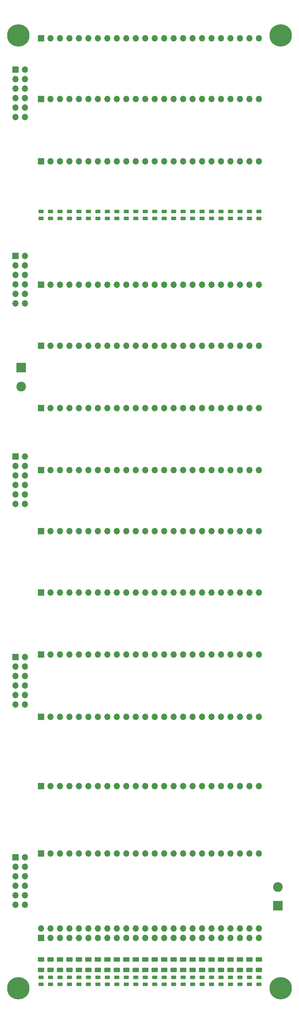
<source format=gbr>
%TF.GenerationSoftware,KiCad,Pcbnew,(5.1.10-1-10_14)*%
%TF.CreationDate,2021-10-20T12:30:06-04:00*%
%TF.ProjectId,16-bit-bus-prototype,31362d62-6974-42d6-9275-732d70726f74,rev?*%
%TF.SameCoordinates,Original*%
%TF.FileFunction,Soldermask,Top*%
%TF.FilePolarity,Negative*%
%FSLAX46Y46*%
G04 Gerber Fmt 4.6, Leading zero omitted, Abs format (unit mm)*
G04 Created by KiCad (PCBNEW (5.1.10-1-10_14)) date 2021-10-20 12:30:06*
%MOMM*%
%LPD*%
G01*
G04 APERTURE LIST*
%ADD10O,1.700000X1.700000*%
%ADD11R,1.700000X1.700000*%
%ADD12C,6.000000*%
%ADD13C,0.800000*%
%ADD14C,2.600000*%
%ADD15R,2.600000X2.600000*%
G04 APERTURE END LIST*
D10*
%TO.C,J15*%
X129540000Y-56134000D03*
X127000000Y-56134000D03*
X124460000Y-56134000D03*
X121920000Y-56134000D03*
X119380000Y-56134000D03*
X116840000Y-56134000D03*
X114300000Y-56134000D03*
X111760000Y-56134000D03*
X109220000Y-56134000D03*
X106680000Y-56134000D03*
X104140000Y-56134000D03*
X101600000Y-56134000D03*
X99060000Y-56134000D03*
X96520000Y-56134000D03*
X93980000Y-56134000D03*
X91440000Y-56134000D03*
X88900000Y-56134000D03*
X86360000Y-56134000D03*
X83820000Y-56134000D03*
X81280000Y-56134000D03*
X78740000Y-56134000D03*
X76200000Y-56134000D03*
X73660000Y-56134000D03*
D11*
X71120000Y-56134000D03*
%TD*%
D10*
%TO.C,J13*%
X129540000Y-122174000D03*
X127000000Y-122174000D03*
X124460000Y-122174000D03*
X121920000Y-122174000D03*
X119380000Y-122174000D03*
X116840000Y-122174000D03*
X114300000Y-122174000D03*
X111760000Y-122174000D03*
X109220000Y-122174000D03*
X106680000Y-122174000D03*
X104140000Y-122174000D03*
X101600000Y-122174000D03*
X99060000Y-122174000D03*
X96520000Y-122174000D03*
X93980000Y-122174000D03*
X91440000Y-122174000D03*
X88900000Y-122174000D03*
X86360000Y-122174000D03*
X83820000Y-122174000D03*
X81280000Y-122174000D03*
X78740000Y-122174000D03*
X76200000Y-122174000D03*
X73660000Y-122174000D03*
D11*
X71120000Y-122174000D03*
%TD*%
D10*
%TO.C,J11*%
X129540000Y-221488000D03*
X127000000Y-221488000D03*
X124460000Y-221488000D03*
X121920000Y-221488000D03*
X119380000Y-221488000D03*
X116840000Y-221488000D03*
X114300000Y-221488000D03*
X111760000Y-221488000D03*
X109220000Y-221488000D03*
X106680000Y-221488000D03*
X104140000Y-221488000D03*
X101600000Y-221488000D03*
X99060000Y-221488000D03*
X96520000Y-221488000D03*
X93980000Y-221488000D03*
X91440000Y-221488000D03*
X88900000Y-221488000D03*
X86360000Y-221488000D03*
X83820000Y-221488000D03*
X81280000Y-221488000D03*
X78740000Y-221488000D03*
X76200000Y-221488000D03*
X73660000Y-221488000D03*
D11*
X71120000Y-221488000D03*
%TD*%
D10*
%TO.C,J3*%
X129540000Y-258064000D03*
X127000000Y-258064000D03*
X124460000Y-258064000D03*
X121920000Y-258064000D03*
X119380000Y-258064000D03*
X116840000Y-258064000D03*
X114300000Y-258064000D03*
X111760000Y-258064000D03*
X109220000Y-258064000D03*
X106680000Y-258064000D03*
X104140000Y-258064000D03*
X101600000Y-258064000D03*
X99060000Y-258064000D03*
X96520000Y-258064000D03*
X93980000Y-258064000D03*
X91440000Y-258064000D03*
X88900000Y-258064000D03*
X86360000Y-258064000D03*
X83820000Y-258064000D03*
X81280000Y-258064000D03*
X78740000Y-258064000D03*
X76200000Y-258064000D03*
X73660000Y-258064000D03*
D11*
X71120000Y-258064000D03*
%TD*%
D10*
%TO.C,J2*%
X129540000Y-188214000D03*
X127000000Y-188214000D03*
X124460000Y-188214000D03*
X121920000Y-188214000D03*
X119380000Y-188214000D03*
X116840000Y-188214000D03*
X114300000Y-188214000D03*
X111760000Y-188214000D03*
X109220000Y-188214000D03*
X106680000Y-188214000D03*
X104140000Y-188214000D03*
X101600000Y-188214000D03*
X99060000Y-188214000D03*
X96520000Y-188214000D03*
X93980000Y-188214000D03*
X91440000Y-188214000D03*
X88900000Y-188214000D03*
X86360000Y-188214000D03*
X83820000Y-188214000D03*
X81280000Y-188214000D03*
X78740000Y-188214000D03*
X76200000Y-188214000D03*
X73660000Y-188214000D03*
D11*
X71120000Y-188214000D03*
%TD*%
D10*
%TO.C,J1*%
X129540000Y-155448000D03*
X127000000Y-155448000D03*
X124460000Y-155448000D03*
X121920000Y-155448000D03*
X119380000Y-155448000D03*
X116840000Y-155448000D03*
X114300000Y-155448000D03*
X111760000Y-155448000D03*
X109220000Y-155448000D03*
X106680000Y-155448000D03*
X104140000Y-155448000D03*
X101600000Y-155448000D03*
X99060000Y-155448000D03*
X96520000Y-155448000D03*
X93980000Y-155448000D03*
X91440000Y-155448000D03*
X88900000Y-155448000D03*
X86360000Y-155448000D03*
X83820000Y-155448000D03*
X81280000Y-155448000D03*
X78740000Y-155448000D03*
X76200000Y-155448000D03*
X73660000Y-155448000D03*
D11*
X71120000Y-155448000D03*
%TD*%
D12*
%TO.C,REF\u002A\u002A*%
X135382000Y-39116000D03*
D13*
X135382000Y-36866000D03*
X136972990Y-37525010D03*
X137632000Y-39116000D03*
X136972990Y-40706990D03*
X135382000Y-41366000D03*
X133791010Y-40706990D03*
X133132000Y-39116000D03*
X133791010Y-37525010D03*
%TD*%
%TO.C,REF\u002A\u002A*%
X63433010Y-37525010D03*
X62774000Y-39116000D03*
X63433010Y-40706990D03*
X65024000Y-41366000D03*
X66614990Y-40706990D03*
X67274000Y-39116000D03*
X66614990Y-37525010D03*
X65024000Y-36866000D03*
D12*
X65024000Y-39116000D03*
%TD*%
D14*
%TO.C,J25*%
X65786000Y-133016000D03*
D15*
X65786000Y-128016000D03*
%TD*%
D14*
%TO.C,J24*%
X134620000Y-267034000D03*
D15*
X134620000Y-272034000D03*
%TD*%
D11*
%TO.C,J14*%
X64262000Y-259080000D03*
D10*
X66802000Y-259080000D03*
X64262000Y-261620000D03*
X66802000Y-261620000D03*
X64262000Y-264160000D03*
X66802000Y-264160000D03*
X64262000Y-266700000D03*
X66802000Y-266700000D03*
X64262000Y-269240000D03*
X66802000Y-269240000D03*
X64262000Y-271780000D03*
X66802000Y-271780000D03*
%TD*%
%TO.C,J22*%
X66822000Y-218113426D03*
X64282000Y-218113426D03*
X66822000Y-215573426D03*
X64282000Y-215573426D03*
X66822000Y-213033426D03*
X64282000Y-213033426D03*
X66822000Y-210493426D03*
X64282000Y-210493426D03*
X66822000Y-207953426D03*
X64282000Y-207953426D03*
X66822000Y-205413426D03*
D11*
X64282000Y-205413426D03*
%TD*%
D10*
%TO.C,J21*%
X66802000Y-164446855D03*
X64262000Y-164446855D03*
X66802000Y-161906855D03*
X64262000Y-161906855D03*
X66802000Y-159366855D03*
X64262000Y-159366855D03*
X66802000Y-156826855D03*
X64262000Y-156826855D03*
X66802000Y-154286855D03*
X64262000Y-154286855D03*
X66802000Y-151746855D03*
D11*
X64262000Y-151746855D03*
%TD*%
D10*
%TO.C,J20*%
X66802000Y-110780284D03*
X64262000Y-110780284D03*
X66802000Y-108240284D03*
X64262000Y-108240284D03*
X66802000Y-105700284D03*
X64262000Y-105700284D03*
X66802000Y-103160284D03*
X64262000Y-103160284D03*
X66802000Y-100620284D03*
X64262000Y-100620284D03*
X66802000Y-98080284D03*
D11*
X64262000Y-98080284D03*
%TD*%
D10*
%TO.C,J16*%
X66802000Y-60923713D03*
X64262000Y-60923713D03*
X66802000Y-58383713D03*
X64262000Y-58383713D03*
X66802000Y-55843713D03*
X64262000Y-55843713D03*
X66802000Y-53303713D03*
X64262000Y-53303713D03*
X66802000Y-50763713D03*
X64262000Y-50763713D03*
X66802000Y-48223713D03*
D11*
X64262000Y-48223713D03*
%TD*%
%TO.C,R48*%
G36*
G01*
X129083750Y-87572000D02*
X129996250Y-87572000D01*
G75*
G02*
X130240000Y-87815750I0J-243750D01*
G01*
X130240000Y-88303250D01*
G75*
G02*
X129996250Y-88547000I-243750J0D01*
G01*
X129083750Y-88547000D01*
G75*
G02*
X128840000Y-88303250I0J243750D01*
G01*
X128840000Y-87815750D01*
G75*
G02*
X129083750Y-87572000I243750J0D01*
G01*
G37*
G36*
G01*
X129083750Y-85697000D02*
X129996250Y-85697000D01*
G75*
G02*
X130240000Y-85940750I0J-243750D01*
G01*
X130240000Y-86428250D01*
G75*
G02*
X129996250Y-86672000I-243750J0D01*
G01*
X129083750Y-86672000D01*
G75*
G02*
X128840000Y-86428250I0J243750D01*
G01*
X128840000Y-85940750D01*
G75*
G02*
X129083750Y-85697000I243750J0D01*
G01*
G37*
%TD*%
%TO.C,R47*%
G36*
G01*
X126543750Y-87572000D02*
X127456250Y-87572000D01*
G75*
G02*
X127700000Y-87815750I0J-243750D01*
G01*
X127700000Y-88303250D01*
G75*
G02*
X127456250Y-88547000I-243750J0D01*
G01*
X126543750Y-88547000D01*
G75*
G02*
X126300000Y-88303250I0J243750D01*
G01*
X126300000Y-87815750D01*
G75*
G02*
X126543750Y-87572000I243750J0D01*
G01*
G37*
G36*
G01*
X126543750Y-85697000D02*
X127456250Y-85697000D01*
G75*
G02*
X127700000Y-85940750I0J-243750D01*
G01*
X127700000Y-86428250D01*
G75*
G02*
X127456250Y-86672000I-243750J0D01*
G01*
X126543750Y-86672000D01*
G75*
G02*
X126300000Y-86428250I0J243750D01*
G01*
X126300000Y-85940750D01*
G75*
G02*
X126543750Y-85697000I243750J0D01*
G01*
G37*
%TD*%
%TO.C,R46*%
G36*
G01*
X124003750Y-87572000D02*
X124916250Y-87572000D01*
G75*
G02*
X125160000Y-87815750I0J-243750D01*
G01*
X125160000Y-88303250D01*
G75*
G02*
X124916250Y-88547000I-243750J0D01*
G01*
X124003750Y-88547000D01*
G75*
G02*
X123760000Y-88303250I0J243750D01*
G01*
X123760000Y-87815750D01*
G75*
G02*
X124003750Y-87572000I243750J0D01*
G01*
G37*
G36*
G01*
X124003750Y-85697000D02*
X124916250Y-85697000D01*
G75*
G02*
X125160000Y-85940750I0J-243750D01*
G01*
X125160000Y-86428250D01*
G75*
G02*
X124916250Y-86672000I-243750J0D01*
G01*
X124003750Y-86672000D01*
G75*
G02*
X123760000Y-86428250I0J243750D01*
G01*
X123760000Y-85940750D01*
G75*
G02*
X124003750Y-85697000I243750J0D01*
G01*
G37*
%TD*%
%TO.C,R45*%
G36*
G01*
X121463750Y-87572000D02*
X122376250Y-87572000D01*
G75*
G02*
X122620000Y-87815750I0J-243750D01*
G01*
X122620000Y-88303250D01*
G75*
G02*
X122376250Y-88547000I-243750J0D01*
G01*
X121463750Y-88547000D01*
G75*
G02*
X121220000Y-88303250I0J243750D01*
G01*
X121220000Y-87815750D01*
G75*
G02*
X121463750Y-87572000I243750J0D01*
G01*
G37*
G36*
G01*
X121463750Y-85697000D02*
X122376250Y-85697000D01*
G75*
G02*
X122620000Y-85940750I0J-243750D01*
G01*
X122620000Y-86428250D01*
G75*
G02*
X122376250Y-86672000I-243750J0D01*
G01*
X121463750Y-86672000D01*
G75*
G02*
X121220000Y-86428250I0J243750D01*
G01*
X121220000Y-85940750D01*
G75*
G02*
X121463750Y-85697000I243750J0D01*
G01*
G37*
%TD*%
%TO.C,R44*%
G36*
G01*
X118923750Y-87572000D02*
X119836250Y-87572000D01*
G75*
G02*
X120080000Y-87815750I0J-243750D01*
G01*
X120080000Y-88303250D01*
G75*
G02*
X119836250Y-88547000I-243750J0D01*
G01*
X118923750Y-88547000D01*
G75*
G02*
X118680000Y-88303250I0J243750D01*
G01*
X118680000Y-87815750D01*
G75*
G02*
X118923750Y-87572000I243750J0D01*
G01*
G37*
G36*
G01*
X118923750Y-85697000D02*
X119836250Y-85697000D01*
G75*
G02*
X120080000Y-85940750I0J-243750D01*
G01*
X120080000Y-86428250D01*
G75*
G02*
X119836250Y-86672000I-243750J0D01*
G01*
X118923750Y-86672000D01*
G75*
G02*
X118680000Y-86428250I0J243750D01*
G01*
X118680000Y-85940750D01*
G75*
G02*
X118923750Y-85697000I243750J0D01*
G01*
G37*
%TD*%
%TO.C,R43*%
G36*
G01*
X116383750Y-87572000D02*
X117296250Y-87572000D01*
G75*
G02*
X117540000Y-87815750I0J-243750D01*
G01*
X117540000Y-88303250D01*
G75*
G02*
X117296250Y-88547000I-243750J0D01*
G01*
X116383750Y-88547000D01*
G75*
G02*
X116140000Y-88303250I0J243750D01*
G01*
X116140000Y-87815750D01*
G75*
G02*
X116383750Y-87572000I243750J0D01*
G01*
G37*
G36*
G01*
X116383750Y-85697000D02*
X117296250Y-85697000D01*
G75*
G02*
X117540000Y-85940750I0J-243750D01*
G01*
X117540000Y-86428250D01*
G75*
G02*
X117296250Y-86672000I-243750J0D01*
G01*
X116383750Y-86672000D01*
G75*
G02*
X116140000Y-86428250I0J243750D01*
G01*
X116140000Y-85940750D01*
G75*
G02*
X116383750Y-85697000I243750J0D01*
G01*
G37*
%TD*%
%TO.C,R42*%
G36*
G01*
X113843750Y-87572000D02*
X114756250Y-87572000D01*
G75*
G02*
X115000000Y-87815750I0J-243750D01*
G01*
X115000000Y-88303250D01*
G75*
G02*
X114756250Y-88547000I-243750J0D01*
G01*
X113843750Y-88547000D01*
G75*
G02*
X113600000Y-88303250I0J243750D01*
G01*
X113600000Y-87815750D01*
G75*
G02*
X113843750Y-87572000I243750J0D01*
G01*
G37*
G36*
G01*
X113843750Y-85697000D02*
X114756250Y-85697000D01*
G75*
G02*
X115000000Y-85940750I0J-243750D01*
G01*
X115000000Y-86428250D01*
G75*
G02*
X114756250Y-86672000I-243750J0D01*
G01*
X113843750Y-86672000D01*
G75*
G02*
X113600000Y-86428250I0J243750D01*
G01*
X113600000Y-85940750D01*
G75*
G02*
X113843750Y-85697000I243750J0D01*
G01*
G37*
%TD*%
%TO.C,R41*%
G36*
G01*
X111303750Y-87572000D02*
X112216250Y-87572000D01*
G75*
G02*
X112460000Y-87815750I0J-243750D01*
G01*
X112460000Y-88303250D01*
G75*
G02*
X112216250Y-88547000I-243750J0D01*
G01*
X111303750Y-88547000D01*
G75*
G02*
X111060000Y-88303250I0J243750D01*
G01*
X111060000Y-87815750D01*
G75*
G02*
X111303750Y-87572000I243750J0D01*
G01*
G37*
G36*
G01*
X111303750Y-85697000D02*
X112216250Y-85697000D01*
G75*
G02*
X112460000Y-85940750I0J-243750D01*
G01*
X112460000Y-86428250D01*
G75*
G02*
X112216250Y-86672000I-243750J0D01*
G01*
X111303750Y-86672000D01*
G75*
G02*
X111060000Y-86428250I0J243750D01*
G01*
X111060000Y-85940750D01*
G75*
G02*
X111303750Y-85697000I243750J0D01*
G01*
G37*
%TD*%
%TO.C,R40*%
G36*
G01*
X108763750Y-87572000D02*
X109676250Y-87572000D01*
G75*
G02*
X109920000Y-87815750I0J-243750D01*
G01*
X109920000Y-88303250D01*
G75*
G02*
X109676250Y-88547000I-243750J0D01*
G01*
X108763750Y-88547000D01*
G75*
G02*
X108520000Y-88303250I0J243750D01*
G01*
X108520000Y-87815750D01*
G75*
G02*
X108763750Y-87572000I243750J0D01*
G01*
G37*
G36*
G01*
X108763750Y-85697000D02*
X109676250Y-85697000D01*
G75*
G02*
X109920000Y-85940750I0J-243750D01*
G01*
X109920000Y-86428250D01*
G75*
G02*
X109676250Y-86672000I-243750J0D01*
G01*
X108763750Y-86672000D01*
G75*
G02*
X108520000Y-86428250I0J243750D01*
G01*
X108520000Y-85940750D01*
G75*
G02*
X108763750Y-85697000I243750J0D01*
G01*
G37*
%TD*%
%TO.C,R39*%
G36*
G01*
X106223750Y-87572000D02*
X107136250Y-87572000D01*
G75*
G02*
X107380000Y-87815750I0J-243750D01*
G01*
X107380000Y-88303250D01*
G75*
G02*
X107136250Y-88547000I-243750J0D01*
G01*
X106223750Y-88547000D01*
G75*
G02*
X105980000Y-88303250I0J243750D01*
G01*
X105980000Y-87815750D01*
G75*
G02*
X106223750Y-87572000I243750J0D01*
G01*
G37*
G36*
G01*
X106223750Y-85697000D02*
X107136250Y-85697000D01*
G75*
G02*
X107380000Y-85940750I0J-243750D01*
G01*
X107380000Y-86428250D01*
G75*
G02*
X107136250Y-86672000I-243750J0D01*
G01*
X106223750Y-86672000D01*
G75*
G02*
X105980000Y-86428250I0J243750D01*
G01*
X105980000Y-85940750D01*
G75*
G02*
X106223750Y-85697000I243750J0D01*
G01*
G37*
%TD*%
%TO.C,R38*%
G36*
G01*
X103683750Y-87572000D02*
X104596250Y-87572000D01*
G75*
G02*
X104840000Y-87815750I0J-243750D01*
G01*
X104840000Y-88303250D01*
G75*
G02*
X104596250Y-88547000I-243750J0D01*
G01*
X103683750Y-88547000D01*
G75*
G02*
X103440000Y-88303250I0J243750D01*
G01*
X103440000Y-87815750D01*
G75*
G02*
X103683750Y-87572000I243750J0D01*
G01*
G37*
G36*
G01*
X103683750Y-85697000D02*
X104596250Y-85697000D01*
G75*
G02*
X104840000Y-85940750I0J-243750D01*
G01*
X104840000Y-86428250D01*
G75*
G02*
X104596250Y-86672000I-243750J0D01*
G01*
X103683750Y-86672000D01*
G75*
G02*
X103440000Y-86428250I0J243750D01*
G01*
X103440000Y-85940750D01*
G75*
G02*
X103683750Y-85697000I243750J0D01*
G01*
G37*
%TD*%
%TO.C,R37*%
G36*
G01*
X101143750Y-87572000D02*
X102056250Y-87572000D01*
G75*
G02*
X102300000Y-87815750I0J-243750D01*
G01*
X102300000Y-88303250D01*
G75*
G02*
X102056250Y-88547000I-243750J0D01*
G01*
X101143750Y-88547000D01*
G75*
G02*
X100900000Y-88303250I0J243750D01*
G01*
X100900000Y-87815750D01*
G75*
G02*
X101143750Y-87572000I243750J0D01*
G01*
G37*
G36*
G01*
X101143750Y-85697000D02*
X102056250Y-85697000D01*
G75*
G02*
X102300000Y-85940750I0J-243750D01*
G01*
X102300000Y-86428250D01*
G75*
G02*
X102056250Y-86672000I-243750J0D01*
G01*
X101143750Y-86672000D01*
G75*
G02*
X100900000Y-86428250I0J243750D01*
G01*
X100900000Y-85940750D01*
G75*
G02*
X101143750Y-85697000I243750J0D01*
G01*
G37*
%TD*%
%TO.C,R36*%
G36*
G01*
X98603750Y-87572000D02*
X99516250Y-87572000D01*
G75*
G02*
X99760000Y-87815750I0J-243750D01*
G01*
X99760000Y-88303250D01*
G75*
G02*
X99516250Y-88547000I-243750J0D01*
G01*
X98603750Y-88547000D01*
G75*
G02*
X98360000Y-88303250I0J243750D01*
G01*
X98360000Y-87815750D01*
G75*
G02*
X98603750Y-87572000I243750J0D01*
G01*
G37*
G36*
G01*
X98603750Y-85697000D02*
X99516250Y-85697000D01*
G75*
G02*
X99760000Y-85940750I0J-243750D01*
G01*
X99760000Y-86428250D01*
G75*
G02*
X99516250Y-86672000I-243750J0D01*
G01*
X98603750Y-86672000D01*
G75*
G02*
X98360000Y-86428250I0J243750D01*
G01*
X98360000Y-85940750D01*
G75*
G02*
X98603750Y-85697000I243750J0D01*
G01*
G37*
%TD*%
%TO.C,R35*%
G36*
G01*
X96063750Y-87572000D02*
X96976250Y-87572000D01*
G75*
G02*
X97220000Y-87815750I0J-243750D01*
G01*
X97220000Y-88303250D01*
G75*
G02*
X96976250Y-88547000I-243750J0D01*
G01*
X96063750Y-88547000D01*
G75*
G02*
X95820000Y-88303250I0J243750D01*
G01*
X95820000Y-87815750D01*
G75*
G02*
X96063750Y-87572000I243750J0D01*
G01*
G37*
G36*
G01*
X96063750Y-85697000D02*
X96976250Y-85697000D01*
G75*
G02*
X97220000Y-85940750I0J-243750D01*
G01*
X97220000Y-86428250D01*
G75*
G02*
X96976250Y-86672000I-243750J0D01*
G01*
X96063750Y-86672000D01*
G75*
G02*
X95820000Y-86428250I0J243750D01*
G01*
X95820000Y-85940750D01*
G75*
G02*
X96063750Y-85697000I243750J0D01*
G01*
G37*
%TD*%
%TO.C,R34*%
G36*
G01*
X93523750Y-87572000D02*
X94436250Y-87572000D01*
G75*
G02*
X94680000Y-87815750I0J-243750D01*
G01*
X94680000Y-88303250D01*
G75*
G02*
X94436250Y-88547000I-243750J0D01*
G01*
X93523750Y-88547000D01*
G75*
G02*
X93280000Y-88303250I0J243750D01*
G01*
X93280000Y-87815750D01*
G75*
G02*
X93523750Y-87572000I243750J0D01*
G01*
G37*
G36*
G01*
X93523750Y-85697000D02*
X94436250Y-85697000D01*
G75*
G02*
X94680000Y-85940750I0J-243750D01*
G01*
X94680000Y-86428250D01*
G75*
G02*
X94436250Y-86672000I-243750J0D01*
G01*
X93523750Y-86672000D01*
G75*
G02*
X93280000Y-86428250I0J243750D01*
G01*
X93280000Y-85940750D01*
G75*
G02*
X93523750Y-85697000I243750J0D01*
G01*
G37*
%TD*%
%TO.C,R33*%
G36*
G01*
X90983750Y-87572000D02*
X91896250Y-87572000D01*
G75*
G02*
X92140000Y-87815750I0J-243750D01*
G01*
X92140000Y-88303250D01*
G75*
G02*
X91896250Y-88547000I-243750J0D01*
G01*
X90983750Y-88547000D01*
G75*
G02*
X90740000Y-88303250I0J243750D01*
G01*
X90740000Y-87815750D01*
G75*
G02*
X90983750Y-87572000I243750J0D01*
G01*
G37*
G36*
G01*
X90983750Y-85697000D02*
X91896250Y-85697000D01*
G75*
G02*
X92140000Y-85940750I0J-243750D01*
G01*
X92140000Y-86428250D01*
G75*
G02*
X91896250Y-86672000I-243750J0D01*
G01*
X90983750Y-86672000D01*
G75*
G02*
X90740000Y-86428250I0J243750D01*
G01*
X90740000Y-85940750D01*
G75*
G02*
X90983750Y-85697000I243750J0D01*
G01*
G37*
%TD*%
%TO.C,R32*%
G36*
G01*
X88443750Y-87572000D02*
X89356250Y-87572000D01*
G75*
G02*
X89600000Y-87815750I0J-243750D01*
G01*
X89600000Y-88303250D01*
G75*
G02*
X89356250Y-88547000I-243750J0D01*
G01*
X88443750Y-88547000D01*
G75*
G02*
X88200000Y-88303250I0J243750D01*
G01*
X88200000Y-87815750D01*
G75*
G02*
X88443750Y-87572000I243750J0D01*
G01*
G37*
G36*
G01*
X88443750Y-85697000D02*
X89356250Y-85697000D01*
G75*
G02*
X89600000Y-85940750I0J-243750D01*
G01*
X89600000Y-86428250D01*
G75*
G02*
X89356250Y-86672000I-243750J0D01*
G01*
X88443750Y-86672000D01*
G75*
G02*
X88200000Y-86428250I0J243750D01*
G01*
X88200000Y-85940750D01*
G75*
G02*
X88443750Y-85697000I243750J0D01*
G01*
G37*
%TD*%
%TO.C,R31*%
G36*
G01*
X85903750Y-87572000D02*
X86816250Y-87572000D01*
G75*
G02*
X87060000Y-87815750I0J-243750D01*
G01*
X87060000Y-88303250D01*
G75*
G02*
X86816250Y-88547000I-243750J0D01*
G01*
X85903750Y-88547000D01*
G75*
G02*
X85660000Y-88303250I0J243750D01*
G01*
X85660000Y-87815750D01*
G75*
G02*
X85903750Y-87572000I243750J0D01*
G01*
G37*
G36*
G01*
X85903750Y-85697000D02*
X86816250Y-85697000D01*
G75*
G02*
X87060000Y-85940750I0J-243750D01*
G01*
X87060000Y-86428250D01*
G75*
G02*
X86816250Y-86672000I-243750J0D01*
G01*
X85903750Y-86672000D01*
G75*
G02*
X85660000Y-86428250I0J243750D01*
G01*
X85660000Y-85940750D01*
G75*
G02*
X85903750Y-85697000I243750J0D01*
G01*
G37*
%TD*%
%TO.C,R30*%
G36*
G01*
X83363750Y-87572000D02*
X84276250Y-87572000D01*
G75*
G02*
X84520000Y-87815750I0J-243750D01*
G01*
X84520000Y-88303250D01*
G75*
G02*
X84276250Y-88547000I-243750J0D01*
G01*
X83363750Y-88547000D01*
G75*
G02*
X83120000Y-88303250I0J243750D01*
G01*
X83120000Y-87815750D01*
G75*
G02*
X83363750Y-87572000I243750J0D01*
G01*
G37*
G36*
G01*
X83363750Y-85697000D02*
X84276250Y-85697000D01*
G75*
G02*
X84520000Y-85940750I0J-243750D01*
G01*
X84520000Y-86428250D01*
G75*
G02*
X84276250Y-86672000I-243750J0D01*
G01*
X83363750Y-86672000D01*
G75*
G02*
X83120000Y-86428250I0J243750D01*
G01*
X83120000Y-85940750D01*
G75*
G02*
X83363750Y-85697000I243750J0D01*
G01*
G37*
%TD*%
%TO.C,R29*%
G36*
G01*
X80823750Y-87572000D02*
X81736250Y-87572000D01*
G75*
G02*
X81980000Y-87815750I0J-243750D01*
G01*
X81980000Y-88303250D01*
G75*
G02*
X81736250Y-88547000I-243750J0D01*
G01*
X80823750Y-88547000D01*
G75*
G02*
X80580000Y-88303250I0J243750D01*
G01*
X80580000Y-87815750D01*
G75*
G02*
X80823750Y-87572000I243750J0D01*
G01*
G37*
G36*
G01*
X80823750Y-85697000D02*
X81736250Y-85697000D01*
G75*
G02*
X81980000Y-85940750I0J-243750D01*
G01*
X81980000Y-86428250D01*
G75*
G02*
X81736250Y-86672000I-243750J0D01*
G01*
X80823750Y-86672000D01*
G75*
G02*
X80580000Y-86428250I0J243750D01*
G01*
X80580000Y-85940750D01*
G75*
G02*
X80823750Y-85697000I243750J0D01*
G01*
G37*
%TD*%
%TO.C,R28*%
G36*
G01*
X78283750Y-87572000D02*
X79196250Y-87572000D01*
G75*
G02*
X79440000Y-87815750I0J-243750D01*
G01*
X79440000Y-88303250D01*
G75*
G02*
X79196250Y-88547000I-243750J0D01*
G01*
X78283750Y-88547000D01*
G75*
G02*
X78040000Y-88303250I0J243750D01*
G01*
X78040000Y-87815750D01*
G75*
G02*
X78283750Y-87572000I243750J0D01*
G01*
G37*
G36*
G01*
X78283750Y-85697000D02*
X79196250Y-85697000D01*
G75*
G02*
X79440000Y-85940750I0J-243750D01*
G01*
X79440000Y-86428250D01*
G75*
G02*
X79196250Y-86672000I-243750J0D01*
G01*
X78283750Y-86672000D01*
G75*
G02*
X78040000Y-86428250I0J243750D01*
G01*
X78040000Y-85940750D01*
G75*
G02*
X78283750Y-85697000I243750J0D01*
G01*
G37*
%TD*%
%TO.C,R27*%
G36*
G01*
X75743750Y-87572000D02*
X76656250Y-87572000D01*
G75*
G02*
X76900000Y-87815750I0J-243750D01*
G01*
X76900000Y-88303250D01*
G75*
G02*
X76656250Y-88547000I-243750J0D01*
G01*
X75743750Y-88547000D01*
G75*
G02*
X75500000Y-88303250I0J243750D01*
G01*
X75500000Y-87815750D01*
G75*
G02*
X75743750Y-87572000I243750J0D01*
G01*
G37*
G36*
G01*
X75743750Y-85697000D02*
X76656250Y-85697000D01*
G75*
G02*
X76900000Y-85940750I0J-243750D01*
G01*
X76900000Y-86428250D01*
G75*
G02*
X76656250Y-86672000I-243750J0D01*
G01*
X75743750Y-86672000D01*
G75*
G02*
X75500000Y-86428250I0J243750D01*
G01*
X75500000Y-85940750D01*
G75*
G02*
X75743750Y-85697000I243750J0D01*
G01*
G37*
%TD*%
%TO.C,R26*%
G36*
G01*
X73203750Y-87572000D02*
X74116250Y-87572000D01*
G75*
G02*
X74360000Y-87815750I0J-243750D01*
G01*
X74360000Y-88303250D01*
G75*
G02*
X74116250Y-88547000I-243750J0D01*
G01*
X73203750Y-88547000D01*
G75*
G02*
X72960000Y-88303250I0J243750D01*
G01*
X72960000Y-87815750D01*
G75*
G02*
X73203750Y-87572000I243750J0D01*
G01*
G37*
G36*
G01*
X73203750Y-85697000D02*
X74116250Y-85697000D01*
G75*
G02*
X74360000Y-85940750I0J-243750D01*
G01*
X74360000Y-86428250D01*
G75*
G02*
X74116250Y-86672000I-243750J0D01*
G01*
X73203750Y-86672000D01*
G75*
G02*
X72960000Y-86428250I0J243750D01*
G01*
X72960000Y-85940750D01*
G75*
G02*
X73203750Y-85697000I243750J0D01*
G01*
G37*
%TD*%
%TO.C,R25*%
G36*
G01*
X70663750Y-87572000D02*
X71576250Y-87572000D01*
G75*
G02*
X71820000Y-87815750I0J-243750D01*
G01*
X71820000Y-88303250D01*
G75*
G02*
X71576250Y-88547000I-243750J0D01*
G01*
X70663750Y-88547000D01*
G75*
G02*
X70420000Y-88303250I0J243750D01*
G01*
X70420000Y-87815750D01*
G75*
G02*
X70663750Y-87572000I243750J0D01*
G01*
G37*
G36*
G01*
X70663750Y-85697000D02*
X71576250Y-85697000D01*
G75*
G02*
X71820000Y-85940750I0J-243750D01*
G01*
X71820000Y-86428250D01*
G75*
G02*
X71576250Y-86672000I-243750J0D01*
G01*
X70663750Y-86672000D01*
G75*
G02*
X70420000Y-86428250I0J243750D01*
G01*
X70420000Y-85940750D01*
G75*
G02*
X70663750Y-85697000I243750J0D01*
G01*
G37*
%TD*%
%TO.C,R24*%
G36*
G01*
X70663750Y-292550000D02*
X71576250Y-292550000D01*
G75*
G02*
X71820000Y-292793750I0J-243750D01*
G01*
X71820000Y-293281250D01*
G75*
G02*
X71576250Y-293525000I-243750J0D01*
G01*
X70663750Y-293525000D01*
G75*
G02*
X70420000Y-293281250I0J243750D01*
G01*
X70420000Y-292793750D01*
G75*
G02*
X70663750Y-292550000I243750J0D01*
G01*
G37*
G36*
G01*
X70663750Y-290675000D02*
X71576250Y-290675000D01*
G75*
G02*
X71820000Y-290918750I0J-243750D01*
G01*
X71820000Y-291406250D01*
G75*
G02*
X71576250Y-291650000I-243750J0D01*
G01*
X70663750Y-291650000D01*
G75*
G02*
X70420000Y-291406250I0J243750D01*
G01*
X70420000Y-290918750D01*
G75*
G02*
X70663750Y-290675000I243750J0D01*
G01*
G37*
%TD*%
%TO.C,R23*%
G36*
G01*
X73203750Y-292550000D02*
X74116250Y-292550000D01*
G75*
G02*
X74360000Y-292793750I0J-243750D01*
G01*
X74360000Y-293281250D01*
G75*
G02*
X74116250Y-293525000I-243750J0D01*
G01*
X73203750Y-293525000D01*
G75*
G02*
X72960000Y-293281250I0J243750D01*
G01*
X72960000Y-292793750D01*
G75*
G02*
X73203750Y-292550000I243750J0D01*
G01*
G37*
G36*
G01*
X73203750Y-290675000D02*
X74116250Y-290675000D01*
G75*
G02*
X74360000Y-290918750I0J-243750D01*
G01*
X74360000Y-291406250D01*
G75*
G02*
X74116250Y-291650000I-243750J0D01*
G01*
X73203750Y-291650000D01*
G75*
G02*
X72960000Y-291406250I0J243750D01*
G01*
X72960000Y-290918750D01*
G75*
G02*
X73203750Y-290675000I243750J0D01*
G01*
G37*
%TD*%
%TO.C,R22*%
G36*
G01*
X75743750Y-292550000D02*
X76656250Y-292550000D01*
G75*
G02*
X76900000Y-292793750I0J-243750D01*
G01*
X76900000Y-293281250D01*
G75*
G02*
X76656250Y-293525000I-243750J0D01*
G01*
X75743750Y-293525000D01*
G75*
G02*
X75500000Y-293281250I0J243750D01*
G01*
X75500000Y-292793750D01*
G75*
G02*
X75743750Y-292550000I243750J0D01*
G01*
G37*
G36*
G01*
X75743750Y-290675000D02*
X76656250Y-290675000D01*
G75*
G02*
X76900000Y-290918750I0J-243750D01*
G01*
X76900000Y-291406250D01*
G75*
G02*
X76656250Y-291650000I-243750J0D01*
G01*
X75743750Y-291650000D01*
G75*
G02*
X75500000Y-291406250I0J243750D01*
G01*
X75500000Y-290918750D01*
G75*
G02*
X75743750Y-290675000I243750J0D01*
G01*
G37*
%TD*%
%TO.C,R21*%
G36*
G01*
X78283750Y-292550000D02*
X79196250Y-292550000D01*
G75*
G02*
X79440000Y-292793750I0J-243750D01*
G01*
X79440000Y-293281250D01*
G75*
G02*
X79196250Y-293525000I-243750J0D01*
G01*
X78283750Y-293525000D01*
G75*
G02*
X78040000Y-293281250I0J243750D01*
G01*
X78040000Y-292793750D01*
G75*
G02*
X78283750Y-292550000I243750J0D01*
G01*
G37*
G36*
G01*
X78283750Y-290675000D02*
X79196250Y-290675000D01*
G75*
G02*
X79440000Y-290918750I0J-243750D01*
G01*
X79440000Y-291406250D01*
G75*
G02*
X79196250Y-291650000I-243750J0D01*
G01*
X78283750Y-291650000D01*
G75*
G02*
X78040000Y-291406250I0J243750D01*
G01*
X78040000Y-290918750D01*
G75*
G02*
X78283750Y-290675000I243750J0D01*
G01*
G37*
%TD*%
%TO.C,R20*%
G36*
G01*
X80823750Y-292550000D02*
X81736250Y-292550000D01*
G75*
G02*
X81980000Y-292793750I0J-243750D01*
G01*
X81980000Y-293281250D01*
G75*
G02*
X81736250Y-293525000I-243750J0D01*
G01*
X80823750Y-293525000D01*
G75*
G02*
X80580000Y-293281250I0J243750D01*
G01*
X80580000Y-292793750D01*
G75*
G02*
X80823750Y-292550000I243750J0D01*
G01*
G37*
G36*
G01*
X80823750Y-290675000D02*
X81736250Y-290675000D01*
G75*
G02*
X81980000Y-290918750I0J-243750D01*
G01*
X81980000Y-291406250D01*
G75*
G02*
X81736250Y-291650000I-243750J0D01*
G01*
X80823750Y-291650000D01*
G75*
G02*
X80580000Y-291406250I0J243750D01*
G01*
X80580000Y-290918750D01*
G75*
G02*
X80823750Y-290675000I243750J0D01*
G01*
G37*
%TD*%
%TO.C,R19*%
G36*
G01*
X83363750Y-292550000D02*
X84276250Y-292550000D01*
G75*
G02*
X84520000Y-292793750I0J-243750D01*
G01*
X84520000Y-293281250D01*
G75*
G02*
X84276250Y-293525000I-243750J0D01*
G01*
X83363750Y-293525000D01*
G75*
G02*
X83120000Y-293281250I0J243750D01*
G01*
X83120000Y-292793750D01*
G75*
G02*
X83363750Y-292550000I243750J0D01*
G01*
G37*
G36*
G01*
X83363750Y-290675000D02*
X84276250Y-290675000D01*
G75*
G02*
X84520000Y-290918750I0J-243750D01*
G01*
X84520000Y-291406250D01*
G75*
G02*
X84276250Y-291650000I-243750J0D01*
G01*
X83363750Y-291650000D01*
G75*
G02*
X83120000Y-291406250I0J243750D01*
G01*
X83120000Y-290918750D01*
G75*
G02*
X83363750Y-290675000I243750J0D01*
G01*
G37*
%TD*%
%TO.C,R18*%
G36*
G01*
X85903750Y-292550000D02*
X86816250Y-292550000D01*
G75*
G02*
X87060000Y-292793750I0J-243750D01*
G01*
X87060000Y-293281250D01*
G75*
G02*
X86816250Y-293525000I-243750J0D01*
G01*
X85903750Y-293525000D01*
G75*
G02*
X85660000Y-293281250I0J243750D01*
G01*
X85660000Y-292793750D01*
G75*
G02*
X85903750Y-292550000I243750J0D01*
G01*
G37*
G36*
G01*
X85903750Y-290675000D02*
X86816250Y-290675000D01*
G75*
G02*
X87060000Y-290918750I0J-243750D01*
G01*
X87060000Y-291406250D01*
G75*
G02*
X86816250Y-291650000I-243750J0D01*
G01*
X85903750Y-291650000D01*
G75*
G02*
X85660000Y-291406250I0J243750D01*
G01*
X85660000Y-290918750D01*
G75*
G02*
X85903750Y-290675000I243750J0D01*
G01*
G37*
%TD*%
%TO.C,R17*%
G36*
G01*
X88443750Y-292550000D02*
X89356250Y-292550000D01*
G75*
G02*
X89600000Y-292793750I0J-243750D01*
G01*
X89600000Y-293281250D01*
G75*
G02*
X89356250Y-293525000I-243750J0D01*
G01*
X88443750Y-293525000D01*
G75*
G02*
X88200000Y-293281250I0J243750D01*
G01*
X88200000Y-292793750D01*
G75*
G02*
X88443750Y-292550000I243750J0D01*
G01*
G37*
G36*
G01*
X88443750Y-290675000D02*
X89356250Y-290675000D01*
G75*
G02*
X89600000Y-290918750I0J-243750D01*
G01*
X89600000Y-291406250D01*
G75*
G02*
X89356250Y-291650000I-243750J0D01*
G01*
X88443750Y-291650000D01*
G75*
G02*
X88200000Y-291406250I0J243750D01*
G01*
X88200000Y-290918750D01*
G75*
G02*
X88443750Y-290675000I243750J0D01*
G01*
G37*
%TD*%
%TO.C,R16*%
G36*
G01*
X90983750Y-292550000D02*
X91896250Y-292550000D01*
G75*
G02*
X92140000Y-292793750I0J-243750D01*
G01*
X92140000Y-293281250D01*
G75*
G02*
X91896250Y-293525000I-243750J0D01*
G01*
X90983750Y-293525000D01*
G75*
G02*
X90740000Y-293281250I0J243750D01*
G01*
X90740000Y-292793750D01*
G75*
G02*
X90983750Y-292550000I243750J0D01*
G01*
G37*
G36*
G01*
X90983750Y-290675000D02*
X91896250Y-290675000D01*
G75*
G02*
X92140000Y-290918750I0J-243750D01*
G01*
X92140000Y-291406250D01*
G75*
G02*
X91896250Y-291650000I-243750J0D01*
G01*
X90983750Y-291650000D01*
G75*
G02*
X90740000Y-291406250I0J243750D01*
G01*
X90740000Y-290918750D01*
G75*
G02*
X90983750Y-290675000I243750J0D01*
G01*
G37*
%TD*%
%TO.C,R15*%
G36*
G01*
X93523750Y-292550000D02*
X94436250Y-292550000D01*
G75*
G02*
X94680000Y-292793750I0J-243750D01*
G01*
X94680000Y-293281250D01*
G75*
G02*
X94436250Y-293525000I-243750J0D01*
G01*
X93523750Y-293525000D01*
G75*
G02*
X93280000Y-293281250I0J243750D01*
G01*
X93280000Y-292793750D01*
G75*
G02*
X93523750Y-292550000I243750J0D01*
G01*
G37*
G36*
G01*
X93523750Y-290675000D02*
X94436250Y-290675000D01*
G75*
G02*
X94680000Y-290918750I0J-243750D01*
G01*
X94680000Y-291406250D01*
G75*
G02*
X94436250Y-291650000I-243750J0D01*
G01*
X93523750Y-291650000D01*
G75*
G02*
X93280000Y-291406250I0J243750D01*
G01*
X93280000Y-290918750D01*
G75*
G02*
X93523750Y-290675000I243750J0D01*
G01*
G37*
%TD*%
%TO.C,R14*%
G36*
G01*
X96063750Y-292550000D02*
X96976250Y-292550000D01*
G75*
G02*
X97220000Y-292793750I0J-243750D01*
G01*
X97220000Y-293281250D01*
G75*
G02*
X96976250Y-293525000I-243750J0D01*
G01*
X96063750Y-293525000D01*
G75*
G02*
X95820000Y-293281250I0J243750D01*
G01*
X95820000Y-292793750D01*
G75*
G02*
X96063750Y-292550000I243750J0D01*
G01*
G37*
G36*
G01*
X96063750Y-290675000D02*
X96976250Y-290675000D01*
G75*
G02*
X97220000Y-290918750I0J-243750D01*
G01*
X97220000Y-291406250D01*
G75*
G02*
X96976250Y-291650000I-243750J0D01*
G01*
X96063750Y-291650000D01*
G75*
G02*
X95820000Y-291406250I0J243750D01*
G01*
X95820000Y-290918750D01*
G75*
G02*
X96063750Y-290675000I243750J0D01*
G01*
G37*
%TD*%
%TO.C,R13*%
G36*
G01*
X98603750Y-292550000D02*
X99516250Y-292550000D01*
G75*
G02*
X99760000Y-292793750I0J-243750D01*
G01*
X99760000Y-293281250D01*
G75*
G02*
X99516250Y-293525000I-243750J0D01*
G01*
X98603750Y-293525000D01*
G75*
G02*
X98360000Y-293281250I0J243750D01*
G01*
X98360000Y-292793750D01*
G75*
G02*
X98603750Y-292550000I243750J0D01*
G01*
G37*
G36*
G01*
X98603750Y-290675000D02*
X99516250Y-290675000D01*
G75*
G02*
X99760000Y-290918750I0J-243750D01*
G01*
X99760000Y-291406250D01*
G75*
G02*
X99516250Y-291650000I-243750J0D01*
G01*
X98603750Y-291650000D01*
G75*
G02*
X98360000Y-291406250I0J243750D01*
G01*
X98360000Y-290918750D01*
G75*
G02*
X98603750Y-290675000I243750J0D01*
G01*
G37*
%TD*%
%TO.C,R12*%
G36*
G01*
X101143750Y-292550000D02*
X102056250Y-292550000D01*
G75*
G02*
X102300000Y-292793750I0J-243750D01*
G01*
X102300000Y-293281250D01*
G75*
G02*
X102056250Y-293525000I-243750J0D01*
G01*
X101143750Y-293525000D01*
G75*
G02*
X100900000Y-293281250I0J243750D01*
G01*
X100900000Y-292793750D01*
G75*
G02*
X101143750Y-292550000I243750J0D01*
G01*
G37*
G36*
G01*
X101143750Y-290675000D02*
X102056250Y-290675000D01*
G75*
G02*
X102300000Y-290918750I0J-243750D01*
G01*
X102300000Y-291406250D01*
G75*
G02*
X102056250Y-291650000I-243750J0D01*
G01*
X101143750Y-291650000D01*
G75*
G02*
X100900000Y-291406250I0J243750D01*
G01*
X100900000Y-290918750D01*
G75*
G02*
X101143750Y-290675000I243750J0D01*
G01*
G37*
%TD*%
%TO.C,R11*%
G36*
G01*
X103683750Y-292550000D02*
X104596250Y-292550000D01*
G75*
G02*
X104840000Y-292793750I0J-243750D01*
G01*
X104840000Y-293281250D01*
G75*
G02*
X104596250Y-293525000I-243750J0D01*
G01*
X103683750Y-293525000D01*
G75*
G02*
X103440000Y-293281250I0J243750D01*
G01*
X103440000Y-292793750D01*
G75*
G02*
X103683750Y-292550000I243750J0D01*
G01*
G37*
G36*
G01*
X103683750Y-290675000D02*
X104596250Y-290675000D01*
G75*
G02*
X104840000Y-290918750I0J-243750D01*
G01*
X104840000Y-291406250D01*
G75*
G02*
X104596250Y-291650000I-243750J0D01*
G01*
X103683750Y-291650000D01*
G75*
G02*
X103440000Y-291406250I0J243750D01*
G01*
X103440000Y-290918750D01*
G75*
G02*
X103683750Y-290675000I243750J0D01*
G01*
G37*
%TD*%
%TO.C,R10*%
G36*
G01*
X106223750Y-292550000D02*
X107136250Y-292550000D01*
G75*
G02*
X107380000Y-292793750I0J-243750D01*
G01*
X107380000Y-293281250D01*
G75*
G02*
X107136250Y-293525000I-243750J0D01*
G01*
X106223750Y-293525000D01*
G75*
G02*
X105980000Y-293281250I0J243750D01*
G01*
X105980000Y-292793750D01*
G75*
G02*
X106223750Y-292550000I243750J0D01*
G01*
G37*
G36*
G01*
X106223750Y-290675000D02*
X107136250Y-290675000D01*
G75*
G02*
X107380000Y-290918750I0J-243750D01*
G01*
X107380000Y-291406250D01*
G75*
G02*
X107136250Y-291650000I-243750J0D01*
G01*
X106223750Y-291650000D01*
G75*
G02*
X105980000Y-291406250I0J243750D01*
G01*
X105980000Y-290918750D01*
G75*
G02*
X106223750Y-290675000I243750J0D01*
G01*
G37*
%TD*%
%TO.C,R9*%
G36*
G01*
X108763750Y-292550000D02*
X109676250Y-292550000D01*
G75*
G02*
X109920000Y-292793750I0J-243750D01*
G01*
X109920000Y-293281250D01*
G75*
G02*
X109676250Y-293525000I-243750J0D01*
G01*
X108763750Y-293525000D01*
G75*
G02*
X108520000Y-293281250I0J243750D01*
G01*
X108520000Y-292793750D01*
G75*
G02*
X108763750Y-292550000I243750J0D01*
G01*
G37*
G36*
G01*
X108763750Y-290675000D02*
X109676250Y-290675000D01*
G75*
G02*
X109920000Y-290918750I0J-243750D01*
G01*
X109920000Y-291406250D01*
G75*
G02*
X109676250Y-291650000I-243750J0D01*
G01*
X108763750Y-291650000D01*
G75*
G02*
X108520000Y-291406250I0J243750D01*
G01*
X108520000Y-290918750D01*
G75*
G02*
X108763750Y-290675000I243750J0D01*
G01*
G37*
%TD*%
%TO.C,R8*%
G36*
G01*
X111303750Y-292550000D02*
X112216250Y-292550000D01*
G75*
G02*
X112460000Y-292793750I0J-243750D01*
G01*
X112460000Y-293281250D01*
G75*
G02*
X112216250Y-293525000I-243750J0D01*
G01*
X111303750Y-293525000D01*
G75*
G02*
X111060000Y-293281250I0J243750D01*
G01*
X111060000Y-292793750D01*
G75*
G02*
X111303750Y-292550000I243750J0D01*
G01*
G37*
G36*
G01*
X111303750Y-290675000D02*
X112216250Y-290675000D01*
G75*
G02*
X112460000Y-290918750I0J-243750D01*
G01*
X112460000Y-291406250D01*
G75*
G02*
X112216250Y-291650000I-243750J0D01*
G01*
X111303750Y-291650000D01*
G75*
G02*
X111060000Y-291406250I0J243750D01*
G01*
X111060000Y-290918750D01*
G75*
G02*
X111303750Y-290675000I243750J0D01*
G01*
G37*
%TD*%
%TO.C,R7*%
G36*
G01*
X113843750Y-292550000D02*
X114756250Y-292550000D01*
G75*
G02*
X115000000Y-292793750I0J-243750D01*
G01*
X115000000Y-293281250D01*
G75*
G02*
X114756250Y-293525000I-243750J0D01*
G01*
X113843750Y-293525000D01*
G75*
G02*
X113600000Y-293281250I0J243750D01*
G01*
X113600000Y-292793750D01*
G75*
G02*
X113843750Y-292550000I243750J0D01*
G01*
G37*
G36*
G01*
X113843750Y-290675000D02*
X114756250Y-290675000D01*
G75*
G02*
X115000000Y-290918750I0J-243750D01*
G01*
X115000000Y-291406250D01*
G75*
G02*
X114756250Y-291650000I-243750J0D01*
G01*
X113843750Y-291650000D01*
G75*
G02*
X113600000Y-291406250I0J243750D01*
G01*
X113600000Y-290918750D01*
G75*
G02*
X113843750Y-290675000I243750J0D01*
G01*
G37*
%TD*%
%TO.C,R6*%
G36*
G01*
X116383750Y-292550000D02*
X117296250Y-292550000D01*
G75*
G02*
X117540000Y-292793750I0J-243750D01*
G01*
X117540000Y-293281250D01*
G75*
G02*
X117296250Y-293525000I-243750J0D01*
G01*
X116383750Y-293525000D01*
G75*
G02*
X116140000Y-293281250I0J243750D01*
G01*
X116140000Y-292793750D01*
G75*
G02*
X116383750Y-292550000I243750J0D01*
G01*
G37*
G36*
G01*
X116383750Y-290675000D02*
X117296250Y-290675000D01*
G75*
G02*
X117540000Y-290918750I0J-243750D01*
G01*
X117540000Y-291406250D01*
G75*
G02*
X117296250Y-291650000I-243750J0D01*
G01*
X116383750Y-291650000D01*
G75*
G02*
X116140000Y-291406250I0J243750D01*
G01*
X116140000Y-290918750D01*
G75*
G02*
X116383750Y-290675000I243750J0D01*
G01*
G37*
%TD*%
%TO.C,R5*%
G36*
G01*
X118923750Y-292550000D02*
X119836250Y-292550000D01*
G75*
G02*
X120080000Y-292793750I0J-243750D01*
G01*
X120080000Y-293281250D01*
G75*
G02*
X119836250Y-293525000I-243750J0D01*
G01*
X118923750Y-293525000D01*
G75*
G02*
X118680000Y-293281250I0J243750D01*
G01*
X118680000Y-292793750D01*
G75*
G02*
X118923750Y-292550000I243750J0D01*
G01*
G37*
G36*
G01*
X118923750Y-290675000D02*
X119836250Y-290675000D01*
G75*
G02*
X120080000Y-290918750I0J-243750D01*
G01*
X120080000Y-291406250D01*
G75*
G02*
X119836250Y-291650000I-243750J0D01*
G01*
X118923750Y-291650000D01*
G75*
G02*
X118680000Y-291406250I0J243750D01*
G01*
X118680000Y-290918750D01*
G75*
G02*
X118923750Y-290675000I243750J0D01*
G01*
G37*
%TD*%
%TO.C,R4*%
G36*
G01*
X121463750Y-292550000D02*
X122376250Y-292550000D01*
G75*
G02*
X122620000Y-292793750I0J-243750D01*
G01*
X122620000Y-293281250D01*
G75*
G02*
X122376250Y-293525000I-243750J0D01*
G01*
X121463750Y-293525000D01*
G75*
G02*
X121220000Y-293281250I0J243750D01*
G01*
X121220000Y-292793750D01*
G75*
G02*
X121463750Y-292550000I243750J0D01*
G01*
G37*
G36*
G01*
X121463750Y-290675000D02*
X122376250Y-290675000D01*
G75*
G02*
X122620000Y-290918750I0J-243750D01*
G01*
X122620000Y-291406250D01*
G75*
G02*
X122376250Y-291650000I-243750J0D01*
G01*
X121463750Y-291650000D01*
G75*
G02*
X121220000Y-291406250I0J243750D01*
G01*
X121220000Y-290918750D01*
G75*
G02*
X121463750Y-290675000I243750J0D01*
G01*
G37*
%TD*%
%TO.C,R3*%
G36*
G01*
X124003750Y-292550000D02*
X124916250Y-292550000D01*
G75*
G02*
X125160000Y-292793750I0J-243750D01*
G01*
X125160000Y-293281250D01*
G75*
G02*
X124916250Y-293525000I-243750J0D01*
G01*
X124003750Y-293525000D01*
G75*
G02*
X123760000Y-293281250I0J243750D01*
G01*
X123760000Y-292793750D01*
G75*
G02*
X124003750Y-292550000I243750J0D01*
G01*
G37*
G36*
G01*
X124003750Y-290675000D02*
X124916250Y-290675000D01*
G75*
G02*
X125160000Y-290918750I0J-243750D01*
G01*
X125160000Y-291406250D01*
G75*
G02*
X124916250Y-291650000I-243750J0D01*
G01*
X124003750Y-291650000D01*
G75*
G02*
X123760000Y-291406250I0J243750D01*
G01*
X123760000Y-290918750D01*
G75*
G02*
X124003750Y-290675000I243750J0D01*
G01*
G37*
%TD*%
%TO.C,R2*%
G36*
G01*
X126543750Y-292550000D02*
X127456250Y-292550000D01*
G75*
G02*
X127700000Y-292793750I0J-243750D01*
G01*
X127700000Y-293281250D01*
G75*
G02*
X127456250Y-293525000I-243750J0D01*
G01*
X126543750Y-293525000D01*
G75*
G02*
X126300000Y-293281250I0J243750D01*
G01*
X126300000Y-292793750D01*
G75*
G02*
X126543750Y-292550000I243750J0D01*
G01*
G37*
G36*
G01*
X126543750Y-290675000D02*
X127456250Y-290675000D01*
G75*
G02*
X127700000Y-290918750I0J-243750D01*
G01*
X127700000Y-291406250D01*
G75*
G02*
X127456250Y-291650000I-243750J0D01*
G01*
X126543750Y-291650000D01*
G75*
G02*
X126300000Y-291406250I0J243750D01*
G01*
X126300000Y-290918750D01*
G75*
G02*
X126543750Y-290675000I243750J0D01*
G01*
G37*
%TD*%
%TO.C,D24*%
G36*
G01*
X71745000Y-287007000D02*
X70495000Y-287007000D01*
G75*
G02*
X70245000Y-286757000I0J250000D01*
G01*
X70245000Y-286007000D01*
G75*
G02*
X70495000Y-285757000I250000J0D01*
G01*
X71745000Y-285757000D01*
G75*
G02*
X71995000Y-286007000I0J-250000D01*
G01*
X71995000Y-286757000D01*
G75*
G02*
X71745000Y-287007000I-250000J0D01*
G01*
G37*
G36*
G01*
X71745000Y-289807000D02*
X70495000Y-289807000D01*
G75*
G02*
X70245000Y-289557000I0J250000D01*
G01*
X70245000Y-288807000D01*
G75*
G02*
X70495000Y-288557000I250000J0D01*
G01*
X71745000Y-288557000D01*
G75*
G02*
X71995000Y-288807000I0J-250000D01*
G01*
X71995000Y-289557000D01*
G75*
G02*
X71745000Y-289807000I-250000J0D01*
G01*
G37*
%TD*%
%TO.C,D23*%
G36*
G01*
X74285000Y-287007000D02*
X73035000Y-287007000D01*
G75*
G02*
X72785000Y-286757000I0J250000D01*
G01*
X72785000Y-286007000D01*
G75*
G02*
X73035000Y-285757000I250000J0D01*
G01*
X74285000Y-285757000D01*
G75*
G02*
X74535000Y-286007000I0J-250000D01*
G01*
X74535000Y-286757000D01*
G75*
G02*
X74285000Y-287007000I-250000J0D01*
G01*
G37*
G36*
G01*
X74285000Y-289807000D02*
X73035000Y-289807000D01*
G75*
G02*
X72785000Y-289557000I0J250000D01*
G01*
X72785000Y-288807000D01*
G75*
G02*
X73035000Y-288557000I250000J0D01*
G01*
X74285000Y-288557000D01*
G75*
G02*
X74535000Y-288807000I0J-250000D01*
G01*
X74535000Y-289557000D01*
G75*
G02*
X74285000Y-289807000I-250000J0D01*
G01*
G37*
%TD*%
%TO.C,D22*%
G36*
G01*
X76825000Y-287007000D02*
X75575000Y-287007000D01*
G75*
G02*
X75325000Y-286757000I0J250000D01*
G01*
X75325000Y-286007000D01*
G75*
G02*
X75575000Y-285757000I250000J0D01*
G01*
X76825000Y-285757000D01*
G75*
G02*
X77075000Y-286007000I0J-250000D01*
G01*
X77075000Y-286757000D01*
G75*
G02*
X76825000Y-287007000I-250000J0D01*
G01*
G37*
G36*
G01*
X76825000Y-289807000D02*
X75575000Y-289807000D01*
G75*
G02*
X75325000Y-289557000I0J250000D01*
G01*
X75325000Y-288807000D01*
G75*
G02*
X75575000Y-288557000I250000J0D01*
G01*
X76825000Y-288557000D01*
G75*
G02*
X77075000Y-288807000I0J-250000D01*
G01*
X77075000Y-289557000D01*
G75*
G02*
X76825000Y-289807000I-250000J0D01*
G01*
G37*
%TD*%
%TO.C,D21*%
G36*
G01*
X79365000Y-287007000D02*
X78115000Y-287007000D01*
G75*
G02*
X77865000Y-286757000I0J250000D01*
G01*
X77865000Y-286007000D01*
G75*
G02*
X78115000Y-285757000I250000J0D01*
G01*
X79365000Y-285757000D01*
G75*
G02*
X79615000Y-286007000I0J-250000D01*
G01*
X79615000Y-286757000D01*
G75*
G02*
X79365000Y-287007000I-250000J0D01*
G01*
G37*
G36*
G01*
X79365000Y-289807000D02*
X78115000Y-289807000D01*
G75*
G02*
X77865000Y-289557000I0J250000D01*
G01*
X77865000Y-288807000D01*
G75*
G02*
X78115000Y-288557000I250000J0D01*
G01*
X79365000Y-288557000D01*
G75*
G02*
X79615000Y-288807000I0J-250000D01*
G01*
X79615000Y-289557000D01*
G75*
G02*
X79365000Y-289807000I-250000J0D01*
G01*
G37*
%TD*%
%TO.C,D20*%
G36*
G01*
X81905000Y-287007000D02*
X80655000Y-287007000D01*
G75*
G02*
X80405000Y-286757000I0J250000D01*
G01*
X80405000Y-286007000D01*
G75*
G02*
X80655000Y-285757000I250000J0D01*
G01*
X81905000Y-285757000D01*
G75*
G02*
X82155000Y-286007000I0J-250000D01*
G01*
X82155000Y-286757000D01*
G75*
G02*
X81905000Y-287007000I-250000J0D01*
G01*
G37*
G36*
G01*
X81905000Y-289807000D02*
X80655000Y-289807000D01*
G75*
G02*
X80405000Y-289557000I0J250000D01*
G01*
X80405000Y-288807000D01*
G75*
G02*
X80655000Y-288557000I250000J0D01*
G01*
X81905000Y-288557000D01*
G75*
G02*
X82155000Y-288807000I0J-250000D01*
G01*
X82155000Y-289557000D01*
G75*
G02*
X81905000Y-289807000I-250000J0D01*
G01*
G37*
%TD*%
%TO.C,D19*%
G36*
G01*
X84445000Y-287007000D02*
X83195000Y-287007000D01*
G75*
G02*
X82945000Y-286757000I0J250000D01*
G01*
X82945000Y-286007000D01*
G75*
G02*
X83195000Y-285757000I250000J0D01*
G01*
X84445000Y-285757000D01*
G75*
G02*
X84695000Y-286007000I0J-250000D01*
G01*
X84695000Y-286757000D01*
G75*
G02*
X84445000Y-287007000I-250000J0D01*
G01*
G37*
G36*
G01*
X84445000Y-289807000D02*
X83195000Y-289807000D01*
G75*
G02*
X82945000Y-289557000I0J250000D01*
G01*
X82945000Y-288807000D01*
G75*
G02*
X83195000Y-288557000I250000J0D01*
G01*
X84445000Y-288557000D01*
G75*
G02*
X84695000Y-288807000I0J-250000D01*
G01*
X84695000Y-289557000D01*
G75*
G02*
X84445000Y-289807000I-250000J0D01*
G01*
G37*
%TD*%
%TO.C,D18*%
G36*
G01*
X86985000Y-287007000D02*
X85735000Y-287007000D01*
G75*
G02*
X85485000Y-286757000I0J250000D01*
G01*
X85485000Y-286007000D01*
G75*
G02*
X85735000Y-285757000I250000J0D01*
G01*
X86985000Y-285757000D01*
G75*
G02*
X87235000Y-286007000I0J-250000D01*
G01*
X87235000Y-286757000D01*
G75*
G02*
X86985000Y-287007000I-250000J0D01*
G01*
G37*
G36*
G01*
X86985000Y-289807000D02*
X85735000Y-289807000D01*
G75*
G02*
X85485000Y-289557000I0J250000D01*
G01*
X85485000Y-288807000D01*
G75*
G02*
X85735000Y-288557000I250000J0D01*
G01*
X86985000Y-288557000D01*
G75*
G02*
X87235000Y-288807000I0J-250000D01*
G01*
X87235000Y-289557000D01*
G75*
G02*
X86985000Y-289807000I-250000J0D01*
G01*
G37*
%TD*%
%TO.C,D17*%
G36*
G01*
X89525000Y-287007000D02*
X88275000Y-287007000D01*
G75*
G02*
X88025000Y-286757000I0J250000D01*
G01*
X88025000Y-286007000D01*
G75*
G02*
X88275000Y-285757000I250000J0D01*
G01*
X89525000Y-285757000D01*
G75*
G02*
X89775000Y-286007000I0J-250000D01*
G01*
X89775000Y-286757000D01*
G75*
G02*
X89525000Y-287007000I-250000J0D01*
G01*
G37*
G36*
G01*
X89525000Y-289807000D02*
X88275000Y-289807000D01*
G75*
G02*
X88025000Y-289557000I0J250000D01*
G01*
X88025000Y-288807000D01*
G75*
G02*
X88275000Y-288557000I250000J0D01*
G01*
X89525000Y-288557000D01*
G75*
G02*
X89775000Y-288807000I0J-250000D01*
G01*
X89775000Y-289557000D01*
G75*
G02*
X89525000Y-289807000I-250000J0D01*
G01*
G37*
%TD*%
%TO.C,D16*%
G36*
G01*
X92065000Y-287007000D02*
X90815000Y-287007000D01*
G75*
G02*
X90565000Y-286757000I0J250000D01*
G01*
X90565000Y-286007000D01*
G75*
G02*
X90815000Y-285757000I250000J0D01*
G01*
X92065000Y-285757000D01*
G75*
G02*
X92315000Y-286007000I0J-250000D01*
G01*
X92315000Y-286757000D01*
G75*
G02*
X92065000Y-287007000I-250000J0D01*
G01*
G37*
G36*
G01*
X92065000Y-289807000D02*
X90815000Y-289807000D01*
G75*
G02*
X90565000Y-289557000I0J250000D01*
G01*
X90565000Y-288807000D01*
G75*
G02*
X90815000Y-288557000I250000J0D01*
G01*
X92065000Y-288557000D01*
G75*
G02*
X92315000Y-288807000I0J-250000D01*
G01*
X92315000Y-289557000D01*
G75*
G02*
X92065000Y-289807000I-250000J0D01*
G01*
G37*
%TD*%
%TO.C,D15*%
G36*
G01*
X94605000Y-287007000D02*
X93355000Y-287007000D01*
G75*
G02*
X93105000Y-286757000I0J250000D01*
G01*
X93105000Y-286007000D01*
G75*
G02*
X93355000Y-285757000I250000J0D01*
G01*
X94605000Y-285757000D01*
G75*
G02*
X94855000Y-286007000I0J-250000D01*
G01*
X94855000Y-286757000D01*
G75*
G02*
X94605000Y-287007000I-250000J0D01*
G01*
G37*
G36*
G01*
X94605000Y-289807000D02*
X93355000Y-289807000D01*
G75*
G02*
X93105000Y-289557000I0J250000D01*
G01*
X93105000Y-288807000D01*
G75*
G02*
X93355000Y-288557000I250000J0D01*
G01*
X94605000Y-288557000D01*
G75*
G02*
X94855000Y-288807000I0J-250000D01*
G01*
X94855000Y-289557000D01*
G75*
G02*
X94605000Y-289807000I-250000J0D01*
G01*
G37*
%TD*%
%TO.C,D14*%
G36*
G01*
X97145000Y-287007000D02*
X95895000Y-287007000D01*
G75*
G02*
X95645000Y-286757000I0J250000D01*
G01*
X95645000Y-286007000D01*
G75*
G02*
X95895000Y-285757000I250000J0D01*
G01*
X97145000Y-285757000D01*
G75*
G02*
X97395000Y-286007000I0J-250000D01*
G01*
X97395000Y-286757000D01*
G75*
G02*
X97145000Y-287007000I-250000J0D01*
G01*
G37*
G36*
G01*
X97145000Y-289807000D02*
X95895000Y-289807000D01*
G75*
G02*
X95645000Y-289557000I0J250000D01*
G01*
X95645000Y-288807000D01*
G75*
G02*
X95895000Y-288557000I250000J0D01*
G01*
X97145000Y-288557000D01*
G75*
G02*
X97395000Y-288807000I0J-250000D01*
G01*
X97395000Y-289557000D01*
G75*
G02*
X97145000Y-289807000I-250000J0D01*
G01*
G37*
%TD*%
%TO.C,D13*%
G36*
G01*
X99685000Y-287007000D02*
X98435000Y-287007000D01*
G75*
G02*
X98185000Y-286757000I0J250000D01*
G01*
X98185000Y-286007000D01*
G75*
G02*
X98435000Y-285757000I250000J0D01*
G01*
X99685000Y-285757000D01*
G75*
G02*
X99935000Y-286007000I0J-250000D01*
G01*
X99935000Y-286757000D01*
G75*
G02*
X99685000Y-287007000I-250000J0D01*
G01*
G37*
G36*
G01*
X99685000Y-289807000D02*
X98435000Y-289807000D01*
G75*
G02*
X98185000Y-289557000I0J250000D01*
G01*
X98185000Y-288807000D01*
G75*
G02*
X98435000Y-288557000I250000J0D01*
G01*
X99685000Y-288557000D01*
G75*
G02*
X99935000Y-288807000I0J-250000D01*
G01*
X99935000Y-289557000D01*
G75*
G02*
X99685000Y-289807000I-250000J0D01*
G01*
G37*
%TD*%
%TO.C,D12*%
G36*
G01*
X102225000Y-287007000D02*
X100975000Y-287007000D01*
G75*
G02*
X100725000Y-286757000I0J250000D01*
G01*
X100725000Y-286007000D01*
G75*
G02*
X100975000Y-285757000I250000J0D01*
G01*
X102225000Y-285757000D01*
G75*
G02*
X102475000Y-286007000I0J-250000D01*
G01*
X102475000Y-286757000D01*
G75*
G02*
X102225000Y-287007000I-250000J0D01*
G01*
G37*
G36*
G01*
X102225000Y-289807000D02*
X100975000Y-289807000D01*
G75*
G02*
X100725000Y-289557000I0J250000D01*
G01*
X100725000Y-288807000D01*
G75*
G02*
X100975000Y-288557000I250000J0D01*
G01*
X102225000Y-288557000D01*
G75*
G02*
X102475000Y-288807000I0J-250000D01*
G01*
X102475000Y-289557000D01*
G75*
G02*
X102225000Y-289807000I-250000J0D01*
G01*
G37*
%TD*%
%TO.C,D11*%
G36*
G01*
X104765000Y-287007000D02*
X103515000Y-287007000D01*
G75*
G02*
X103265000Y-286757000I0J250000D01*
G01*
X103265000Y-286007000D01*
G75*
G02*
X103515000Y-285757000I250000J0D01*
G01*
X104765000Y-285757000D01*
G75*
G02*
X105015000Y-286007000I0J-250000D01*
G01*
X105015000Y-286757000D01*
G75*
G02*
X104765000Y-287007000I-250000J0D01*
G01*
G37*
G36*
G01*
X104765000Y-289807000D02*
X103515000Y-289807000D01*
G75*
G02*
X103265000Y-289557000I0J250000D01*
G01*
X103265000Y-288807000D01*
G75*
G02*
X103515000Y-288557000I250000J0D01*
G01*
X104765000Y-288557000D01*
G75*
G02*
X105015000Y-288807000I0J-250000D01*
G01*
X105015000Y-289557000D01*
G75*
G02*
X104765000Y-289807000I-250000J0D01*
G01*
G37*
%TD*%
%TO.C,D10*%
G36*
G01*
X107305000Y-287007000D02*
X106055000Y-287007000D01*
G75*
G02*
X105805000Y-286757000I0J250000D01*
G01*
X105805000Y-286007000D01*
G75*
G02*
X106055000Y-285757000I250000J0D01*
G01*
X107305000Y-285757000D01*
G75*
G02*
X107555000Y-286007000I0J-250000D01*
G01*
X107555000Y-286757000D01*
G75*
G02*
X107305000Y-287007000I-250000J0D01*
G01*
G37*
G36*
G01*
X107305000Y-289807000D02*
X106055000Y-289807000D01*
G75*
G02*
X105805000Y-289557000I0J250000D01*
G01*
X105805000Y-288807000D01*
G75*
G02*
X106055000Y-288557000I250000J0D01*
G01*
X107305000Y-288557000D01*
G75*
G02*
X107555000Y-288807000I0J-250000D01*
G01*
X107555000Y-289557000D01*
G75*
G02*
X107305000Y-289807000I-250000J0D01*
G01*
G37*
%TD*%
%TO.C,D9*%
G36*
G01*
X109845000Y-287007000D02*
X108595000Y-287007000D01*
G75*
G02*
X108345000Y-286757000I0J250000D01*
G01*
X108345000Y-286007000D01*
G75*
G02*
X108595000Y-285757000I250000J0D01*
G01*
X109845000Y-285757000D01*
G75*
G02*
X110095000Y-286007000I0J-250000D01*
G01*
X110095000Y-286757000D01*
G75*
G02*
X109845000Y-287007000I-250000J0D01*
G01*
G37*
G36*
G01*
X109845000Y-289807000D02*
X108595000Y-289807000D01*
G75*
G02*
X108345000Y-289557000I0J250000D01*
G01*
X108345000Y-288807000D01*
G75*
G02*
X108595000Y-288557000I250000J0D01*
G01*
X109845000Y-288557000D01*
G75*
G02*
X110095000Y-288807000I0J-250000D01*
G01*
X110095000Y-289557000D01*
G75*
G02*
X109845000Y-289807000I-250000J0D01*
G01*
G37*
%TD*%
%TO.C,D8*%
G36*
G01*
X112385000Y-287007000D02*
X111135000Y-287007000D01*
G75*
G02*
X110885000Y-286757000I0J250000D01*
G01*
X110885000Y-286007000D01*
G75*
G02*
X111135000Y-285757000I250000J0D01*
G01*
X112385000Y-285757000D01*
G75*
G02*
X112635000Y-286007000I0J-250000D01*
G01*
X112635000Y-286757000D01*
G75*
G02*
X112385000Y-287007000I-250000J0D01*
G01*
G37*
G36*
G01*
X112385000Y-289807000D02*
X111135000Y-289807000D01*
G75*
G02*
X110885000Y-289557000I0J250000D01*
G01*
X110885000Y-288807000D01*
G75*
G02*
X111135000Y-288557000I250000J0D01*
G01*
X112385000Y-288557000D01*
G75*
G02*
X112635000Y-288807000I0J-250000D01*
G01*
X112635000Y-289557000D01*
G75*
G02*
X112385000Y-289807000I-250000J0D01*
G01*
G37*
%TD*%
%TO.C,D7*%
G36*
G01*
X114925000Y-287007000D02*
X113675000Y-287007000D01*
G75*
G02*
X113425000Y-286757000I0J250000D01*
G01*
X113425000Y-286007000D01*
G75*
G02*
X113675000Y-285757000I250000J0D01*
G01*
X114925000Y-285757000D01*
G75*
G02*
X115175000Y-286007000I0J-250000D01*
G01*
X115175000Y-286757000D01*
G75*
G02*
X114925000Y-287007000I-250000J0D01*
G01*
G37*
G36*
G01*
X114925000Y-289807000D02*
X113675000Y-289807000D01*
G75*
G02*
X113425000Y-289557000I0J250000D01*
G01*
X113425000Y-288807000D01*
G75*
G02*
X113675000Y-288557000I250000J0D01*
G01*
X114925000Y-288557000D01*
G75*
G02*
X115175000Y-288807000I0J-250000D01*
G01*
X115175000Y-289557000D01*
G75*
G02*
X114925000Y-289807000I-250000J0D01*
G01*
G37*
%TD*%
%TO.C,D6*%
G36*
G01*
X117465000Y-287007000D02*
X116215000Y-287007000D01*
G75*
G02*
X115965000Y-286757000I0J250000D01*
G01*
X115965000Y-286007000D01*
G75*
G02*
X116215000Y-285757000I250000J0D01*
G01*
X117465000Y-285757000D01*
G75*
G02*
X117715000Y-286007000I0J-250000D01*
G01*
X117715000Y-286757000D01*
G75*
G02*
X117465000Y-287007000I-250000J0D01*
G01*
G37*
G36*
G01*
X117465000Y-289807000D02*
X116215000Y-289807000D01*
G75*
G02*
X115965000Y-289557000I0J250000D01*
G01*
X115965000Y-288807000D01*
G75*
G02*
X116215000Y-288557000I250000J0D01*
G01*
X117465000Y-288557000D01*
G75*
G02*
X117715000Y-288807000I0J-250000D01*
G01*
X117715000Y-289557000D01*
G75*
G02*
X117465000Y-289807000I-250000J0D01*
G01*
G37*
%TD*%
%TO.C,D5*%
G36*
G01*
X120005000Y-287007000D02*
X118755000Y-287007000D01*
G75*
G02*
X118505000Y-286757000I0J250000D01*
G01*
X118505000Y-286007000D01*
G75*
G02*
X118755000Y-285757000I250000J0D01*
G01*
X120005000Y-285757000D01*
G75*
G02*
X120255000Y-286007000I0J-250000D01*
G01*
X120255000Y-286757000D01*
G75*
G02*
X120005000Y-287007000I-250000J0D01*
G01*
G37*
G36*
G01*
X120005000Y-289807000D02*
X118755000Y-289807000D01*
G75*
G02*
X118505000Y-289557000I0J250000D01*
G01*
X118505000Y-288807000D01*
G75*
G02*
X118755000Y-288557000I250000J0D01*
G01*
X120005000Y-288557000D01*
G75*
G02*
X120255000Y-288807000I0J-250000D01*
G01*
X120255000Y-289557000D01*
G75*
G02*
X120005000Y-289807000I-250000J0D01*
G01*
G37*
%TD*%
%TO.C,D4*%
G36*
G01*
X122545000Y-287007000D02*
X121295000Y-287007000D01*
G75*
G02*
X121045000Y-286757000I0J250000D01*
G01*
X121045000Y-286007000D01*
G75*
G02*
X121295000Y-285757000I250000J0D01*
G01*
X122545000Y-285757000D01*
G75*
G02*
X122795000Y-286007000I0J-250000D01*
G01*
X122795000Y-286757000D01*
G75*
G02*
X122545000Y-287007000I-250000J0D01*
G01*
G37*
G36*
G01*
X122545000Y-289807000D02*
X121295000Y-289807000D01*
G75*
G02*
X121045000Y-289557000I0J250000D01*
G01*
X121045000Y-288807000D01*
G75*
G02*
X121295000Y-288557000I250000J0D01*
G01*
X122545000Y-288557000D01*
G75*
G02*
X122795000Y-288807000I0J-250000D01*
G01*
X122795000Y-289557000D01*
G75*
G02*
X122545000Y-289807000I-250000J0D01*
G01*
G37*
%TD*%
%TO.C,D3*%
G36*
G01*
X125085000Y-287007000D02*
X123835000Y-287007000D01*
G75*
G02*
X123585000Y-286757000I0J250000D01*
G01*
X123585000Y-286007000D01*
G75*
G02*
X123835000Y-285757000I250000J0D01*
G01*
X125085000Y-285757000D01*
G75*
G02*
X125335000Y-286007000I0J-250000D01*
G01*
X125335000Y-286757000D01*
G75*
G02*
X125085000Y-287007000I-250000J0D01*
G01*
G37*
G36*
G01*
X125085000Y-289807000D02*
X123835000Y-289807000D01*
G75*
G02*
X123585000Y-289557000I0J250000D01*
G01*
X123585000Y-288807000D01*
G75*
G02*
X123835000Y-288557000I250000J0D01*
G01*
X125085000Y-288557000D01*
G75*
G02*
X125335000Y-288807000I0J-250000D01*
G01*
X125335000Y-289557000D01*
G75*
G02*
X125085000Y-289807000I-250000J0D01*
G01*
G37*
%TD*%
%TO.C,D2*%
G36*
G01*
X127625000Y-287007000D02*
X126375000Y-287007000D01*
G75*
G02*
X126125000Y-286757000I0J250000D01*
G01*
X126125000Y-286007000D01*
G75*
G02*
X126375000Y-285757000I250000J0D01*
G01*
X127625000Y-285757000D01*
G75*
G02*
X127875000Y-286007000I0J-250000D01*
G01*
X127875000Y-286757000D01*
G75*
G02*
X127625000Y-287007000I-250000J0D01*
G01*
G37*
G36*
G01*
X127625000Y-289807000D02*
X126375000Y-289807000D01*
G75*
G02*
X126125000Y-289557000I0J250000D01*
G01*
X126125000Y-288807000D01*
G75*
G02*
X126375000Y-288557000I250000J0D01*
G01*
X127625000Y-288557000D01*
G75*
G02*
X127875000Y-288807000I0J-250000D01*
G01*
X127875000Y-289557000D01*
G75*
G02*
X127625000Y-289807000I-250000J0D01*
G01*
G37*
%TD*%
%TO.C,R1*%
G36*
G01*
X129083750Y-292550000D02*
X129996250Y-292550000D01*
G75*
G02*
X130240000Y-292793750I0J-243750D01*
G01*
X130240000Y-293281250D01*
G75*
G02*
X129996250Y-293525000I-243750J0D01*
G01*
X129083750Y-293525000D01*
G75*
G02*
X128840000Y-293281250I0J243750D01*
G01*
X128840000Y-292793750D01*
G75*
G02*
X129083750Y-292550000I243750J0D01*
G01*
G37*
G36*
G01*
X129083750Y-290675000D02*
X129996250Y-290675000D01*
G75*
G02*
X130240000Y-290918750I0J-243750D01*
G01*
X130240000Y-291406250D01*
G75*
G02*
X129996250Y-291650000I-243750J0D01*
G01*
X129083750Y-291650000D01*
G75*
G02*
X128840000Y-291406250I0J243750D01*
G01*
X128840000Y-290918750D01*
G75*
G02*
X129083750Y-290675000I243750J0D01*
G01*
G37*
%TD*%
%TO.C,D1*%
G36*
G01*
X130165000Y-287007000D02*
X128915000Y-287007000D01*
G75*
G02*
X128665000Y-286757000I0J250000D01*
G01*
X128665000Y-286007000D01*
G75*
G02*
X128915000Y-285757000I250000J0D01*
G01*
X130165000Y-285757000D01*
G75*
G02*
X130415000Y-286007000I0J-250000D01*
G01*
X130415000Y-286757000D01*
G75*
G02*
X130165000Y-287007000I-250000J0D01*
G01*
G37*
G36*
G01*
X130165000Y-289807000D02*
X128915000Y-289807000D01*
G75*
G02*
X128665000Y-289557000I0J250000D01*
G01*
X128665000Y-288807000D01*
G75*
G02*
X128915000Y-288557000I250000J0D01*
G01*
X130165000Y-288557000D01*
G75*
G02*
X130415000Y-288807000I0J-250000D01*
G01*
X130415000Y-289557000D01*
G75*
G02*
X130165000Y-289807000I-250000J0D01*
G01*
G37*
%TD*%
D12*
%TO.C,REF\u002A\u002A*%
X65024000Y-294132000D03*
D13*
X65024000Y-291882000D03*
X66614990Y-292541010D03*
X67274000Y-294132000D03*
X66614990Y-295722990D03*
X65024000Y-296382000D03*
X63433010Y-295722990D03*
X62774000Y-294132000D03*
X63433010Y-292541010D03*
%TD*%
D10*
%TO.C,J10*%
X129540000Y-39816000D03*
X127000000Y-39816000D03*
X124460000Y-39816000D03*
X121920000Y-39816000D03*
X119380000Y-39816000D03*
X116840000Y-39816000D03*
X114300000Y-39816000D03*
X111760000Y-39816000D03*
X109220000Y-39816000D03*
X106680000Y-39816000D03*
X104140000Y-39816000D03*
X101600000Y-39816000D03*
X99060000Y-39816000D03*
X96520000Y-39816000D03*
X93980000Y-39816000D03*
X91440000Y-39816000D03*
X88900000Y-39816000D03*
X86360000Y-39816000D03*
X83820000Y-39816000D03*
X81280000Y-39816000D03*
X78740000Y-39816000D03*
X76200000Y-39816000D03*
X73660000Y-39816000D03*
D11*
X71120000Y-39816000D03*
%TD*%
D10*
%TO.C,J9*%
X129540000Y-72804000D03*
X127000000Y-72804000D03*
X124460000Y-72804000D03*
X121920000Y-72804000D03*
X119380000Y-72804000D03*
X116840000Y-72804000D03*
X114300000Y-72804000D03*
X111760000Y-72804000D03*
X109220000Y-72804000D03*
X106680000Y-72804000D03*
X104140000Y-72804000D03*
X101600000Y-72804000D03*
X99060000Y-72804000D03*
X96520000Y-72804000D03*
X93980000Y-72804000D03*
X91440000Y-72804000D03*
X88900000Y-72804000D03*
X86360000Y-72804000D03*
X83820000Y-72804000D03*
X81280000Y-72804000D03*
X78740000Y-72804000D03*
X76200000Y-72804000D03*
X73660000Y-72804000D03*
D11*
X71120000Y-72804000D03*
%TD*%
D10*
%TO.C,J8*%
X129540000Y-105792000D03*
X127000000Y-105792000D03*
X124460000Y-105792000D03*
X121920000Y-105792000D03*
X119380000Y-105792000D03*
X116840000Y-105792000D03*
X114300000Y-105792000D03*
X111760000Y-105792000D03*
X109220000Y-105792000D03*
X106680000Y-105792000D03*
X104140000Y-105792000D03*
X101600000Y-105792000D03*
X99060000Y-105792000D03*
X96520000Y-105792000D03*
X93980000Y-105792000D03*
X91440000Y-105792000D03*
X88900000Y-105792000D03*
X86360000Y-105792000D03*
X83820000Y-105792000D03*
X81280000Y-105792000D03*
X78740000Y-105792000D03*
X76200000Y-105792000D03*
X73660000Y-105792000D03*
D11*
X71120000Y-105792000D03*
%TD*%
D10*
%TO.C,J7*%
X129540000Y-138780000D03*
X127000000Y-138780000D03*
X124460000Y-138780000D03*
X121920000Y-138780000D03*
X119380000Y-138780000D03*
X116840000Y-138780000D03*
X114300000Y-138780000D03*
X111760000Y-138780000D03*
X109220000Y-138780000D03*
X106680000Y-138780000D03*
X104140000Y-138780000D03*
X101600000Y-138780000D03*
X99060000Y-138780000D03*
X96520000Y-138780000D03*
X93980000Y-138780000D03*
X91440000Y-138780000D03*
X88900000Y-138780000D03*
X86360000Y-138780000D03*
X83820000Y-138780000D03*
X81280000Y-138780000D03*
X78740000Y-138780000D03*
X76200000Y-138780000D03*
X73660000Y-138780000D03*
D11*
X71120000Y-138780000D03*
%TD*%
D10*
%TO.C,J6*%
X129540000Y-171768000D03*
X127000000Y-171768000D03*
X124460000Y-171768000D03*
X121920000Y-171768000D03*
X119380000Y-171768000D03*
X116840000Y-171768000D03*
X114300000Y-171768000D03*
X111760000Y-171768000D03*
X109220000Y-171768000D03*
X106680000Y-171768000D03*
X104140000Y-171768000D03*
X101600000Y-171768000D03*
X99060000Y-171768000D03*
X96520000Y-171768000D03*
X93980000Y-171768000D03*
X91440000Y-171768000D03*
X88900000Y-171768000D03*
X86360000Y-171768000D03*
X83820000Y-171768000D03*
X81280000Y-171768000D03*
X78740000Y-171768000D03*
X76200000Y-171768000D03*
X73660000Y-171768000D03*
D11*
X71120000Y-171768000D03*
%TD*%
D10*
%TO.C,J5*%
X129540000Y-204756000D03*
X127000000Y-204756000D03*
X124460000Y-204756000D03*
X121920000Y-204756000D03*
X119380000Y-204756000D03*
X116840000Y-204756000D03*
X114300000Y-204756000D03*
X111760000Y-204756000D03*
X109220000Y-204756000D03*
X106680000Y-204756000D03*
X104140000Y-204756000D03*
X101600000Y-204756000D03*
X99060000Y-204756000D03*
X96520000Y-204756000D03*
X93980000Y-204756000D03*
X91440000Y-204756000D03*
X88900000Y-204756000D03*
X86360000Y-204756000D03*
X83820000Y-204756000D03*
X81280000Y-204756000D03*
X78740000Y-204756000D03*
X76200000Y-204756000D03*
X73660000Y-204756000D03*
D11*
X71120000Y-204756000D03*
%TD*%
D10*
%TO.C,J12*%
X129540000Y-240030000D03*
X127000000Y-240030000D03*
X124460000Y-240030000D03*
X121920000Y-240030000D03*
X119380000Y-240030000D03*
X116840000Y-240030000D03*
X114300000Y-240030000D03*
X111760000Y-240030000D03*
X109220000Y-240030000D03*
X106680000Y-240030000D03*
X104140000Y-240030000D03*
X101600000Y-240030000D03*
X99060000Y-240030000D03*
X96520000Y-240030000D03*
X93980000Y-240030000D03*
X91440000Y-240030000D03*
X88900000Y-240030000D03*
X86360000Y-240030000D03*
X83820000Y-240030000D03*
X81280000Y-240030000D03*
X78740000Y-240030000D03*
X76200000Y-240030000D03*
X73660000Y-240030000D03*
D11*
X71120000Y-240030000D03*
%TD*%
D10*
%TO.C,J4*%
X129540000Y-278130000D03*
X129540000Y-280670000D03*
X127000000Y-278130000D03*
X127000000Y-280670000D03*
X124460000Y-278130000D03*
X124460000Y-280670000D03*
X121920000Y-278130000D03*
X121920000Y-280670000D03*
X119380000Y-278130000D03*
X119380000Y-280670000D03*
X116840000Y-278130000D03*
X116840000Y-280670000D03*
X114300000Y-278130000D03*
X114300000Y-280670000D03*
X111760000Y-278130000D03*
X111760000Y-280670000D03*
X109220000Y-278130000D03*
X109220000Y-280670000D03*
X106680000Y-278130000D03*
X106680000Y-280670000D03*
X104140000Y-278130000D03*
X104140000Y-280670000D03*
X101600000Y-278130000D03*
X101600000Y-280670000D03*
X99060000Y-278130000D03*
X99060000Y-280670000D03*
X96520000Y-278130000D03*
X96520000Y-280670000D03*
X93980000Y-278130000D03*
X93980000Y-280670000D03*
X91440000Y-278130000D03*
X91440000Y-280670000D03*
X88900000Y-278130000D03*
X88900000Y-280670000D03*
X86360000Y-278130000D03*
X86360000Y-280670000D03*
X83820000Y-278130000D03*
X83820000Y-280670000D03*
X81280000Y-278130000D03*
X81280000Y-280670000D03*
X78740000Y-278130000D03*
X78740000Y-280670000D03*
X76200000Y-278130000D03*
X76200000Y-280670000D03*
X73660000Y-278130000D03*
X73660000Y-280670000D03*
X71120000Y-278130000D03*
D11*
X71120000Y-280670000D03*
%TD*%
D13*
%TO.C,REF\u002A\u002A*%
X133791010Y-292541010D03*
X133132000Y-294132000D03*
X133791010Y-295722990D03*
X135382000Y-296382000D03*
X136972990Y-295722990D03*
X137632000Y-294132000D03*
X136972990Y-292541010D03*
X135382000Y-291882000D03*
D12*
X135382000Y-294132000D03*
%TD*%
M02*

</source>
